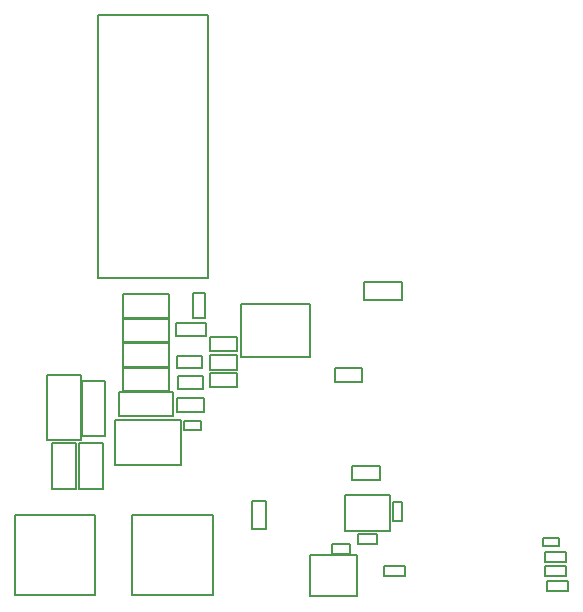
<source format=gbr>
G04*
G04 #@! TF.GenerationSoftware,Altium Limited,Altium Designer,24.1.2 (44)*
G04*
G04 Layer_Color=32768*
%FSLAX25Y25*%
%MOIN*%
G70*
G04*
G04 #@! TF.SameCoordinates,59DD8EBB-DCD7-4209-94D2-A0ED0100978B*
G04*
G04*
G04 #@! TF.FilePolarity,Positive*
G04*
G01*
G75*
%ADD11C,0.00787*%
D11*
X33234Y-350358D02*
Y-335397D01*
X55084D01*
Y-350358D02*
Y-335397D01*
X33234Y-350358D02*
X55084D01*
X176512Y-379268D02*
X183490D01*
Y-382703D02*
Y-379268D01*
X176512Y-382703D02*
X183490D01*
X176512D02*
Y-379268D01*
X181182Y-377544D02*
Y-374591D01*
X175670D02*
X181182D01*
X175670Y-377544D02*
Y-374591D01*
Y-377544D02*
X181182D01*
X122750Y-387427D02*
X129728D01*
X122750D02*
Y-383993D01*
X129728D01*
Y-387427D02*
Y-383993D01*
X177299Y-388993D02*
X184278D01*
Y-392428D02*
Y-388993D01*
X177299Y-392428D02*
X184278D01*
X177299D02*
Y-388993D01*
X176512Y-387428D02*
X183490D01*
X176512D02*
Y-383993D01*
X183490D01*
Y-387428D02*
Y-383993D01*
X111460Y-380056D02*
Y-376906D01*
X105507D02*
X111460D01*
X105507Y-380056D02*
Y-376906D01*
Y-380056D02*
X111460D01*
X98216Y-394167D02*
Y-380585D01*
Y-394167D02*
X113964D01*
Y-380585D01*
X98216D02*
X113964D01*
X116116Y-295359D02*
Y-289257D01*
Y-295359D02*
X128714D01*
Y-289257D01*
X116116D02*
X128714D01*
X38969Y-393748D02*
Y-366961D01*
Y-393748D02*
X65756D01*
Y-366961D01*
X38969D02*
X65756D01*
X-147Y-393748D02*
Y-366961D01*
Y-393748D02*
X26641D01*
Y-366961D01*
X-147D02*
X26641D01*
X63370Y-307494D02*
Y-303164D01*
X53527D02*
X63370D01*
X53527Y-307494D02*
Y-303164D01*
Y-307494D02*
X63370D01*
X56030Y-338744D02*
Y-335594D01*
Y-338744D02*
X61984D01*
Y-335594D01*
X56030D02*
X61984D01*
X59007Y-293120D02*
X63229D01*
X59007Y-301279D02*
Y-293120D01*
Y-301279D02*
X63229D01*
Y-293120D01*
X125824Y-368988D02*
X128974D01*
Y-362689D01*
X125824D02*
X128974D01*
X125824Y-368988D02*
Y-362689D01*
X120524Y-376619D02*
Y-373469D01*
X114225D02*
X120524D01*
X114225Y-376619D02*
Y-373469D01*
Y-376619D02*
X120524D01*
X124899Y-372553D02*
Y-360348D01*
X109939D02*
X124899D01*
X109939Y-372553D02*
Y-360348D01*
Y-372553D02*
X124899D01*
X73967Y-312554D02*
Y-307829D01*
X64887D02*
X73967D01*
X64887Y-312554D02*
Y-307829D01*
Y-312554D02*
X73967D01*
X73967Y-318606D02*
Y-313882D01*
X64887D02*
X73967D01*
X64887Y-318606D02*
Y-313882D01*
Y-318606D02*
X73967D01*
X73967Y-324520D02*
Y-319795D01*
X64887D02*
X73967D01*
X64887Y-324520D02*
Y-319795D01*
Y-324520D02*
X73967D01*
X78896Y-362559D02*
X83621D01*
X78896Y-371639D02*
Y-362559D01*
Y-371639D02*
X83621D01*
Y-362559D01*
X75284Y-314577D02*
X98272D01*
X75284D02*
Y-296806D01*
X98272D01*
Y-314577D02*
Y-296806D01*
X106510Y-322736D02*
Y-318011D01*
Y-322736D02*
X115589D01*
Y-318011D01*
X106510D02*
X115589D01*
X112284Y-355406D02*
Y-350681D01*
Y-355406D02*
X121363D01*
Y-350681D01*
X112284D02*
X121363D01*
X27481Y-287964D02*
X64095D01*
Y-200563D01*
X27481D02*
X64095D01*
X27481Y-287964D02*
Y-200563D01*
X35914Y-301332D02*
X51293D01*
X35914D02*
Y-293458D01*
X51293D01*
Y-301332D02*
Y-293458D01*
X35887Y-317695D02*
X51266D01*
X35887D02*
Y-309821D01*
X51266D01*
Y-317695D02*
Y-309821D01*
X35887Y-325888D02*
X51266D01*
X35887D02*
Y-318014D01*
X51266D01*
Y-325888D02*
Y-318014D01*
X53901Y-313972D02*
X62060D01*
Y-318195D02*
Y-313972D01*
X53901Y-318195D02*
X62060D01*
X53901D02*
Y-313972D01*
X53835Y-327924D02*
X62890D01*
Y-332649D02*
Y-327924D01*
X53835Y-332649D02*
X62890D01*
X53835D02*
Y-327924D01*
X51266Y-309469D02*
Y-301595D01*
X35887D02*
X51266D01*
X35887Y-309469D02*
Y-301595D01*
Y-309469D02*
X51266D01*
X52631Y-334075D02*
Y-326201D01*
X34521D02*
X52631D01*
X34521Y-334075D02*
Y-326201D01*
Y-334075D02*
X52631D01*
X54282Y-324958D02*
Y-320736D01*
Y-324958D02*
X62442D01*
Y-320736D01*
X54282D02*
X62442D01*
X10526Y-342043D02*
X21968D01*
Y-320365D01*
X10526D02*
X21968D01*
X10526Y-342043D02*
Y-320365D01*
X21309Y-342947D02*
X29183D01*
X21309Y-358326D02*
Y-342947D01*
Y-358326D02*
X29183D01*
Y-342947D01*
X12310Y-343140D02*
X20184D01*
X12310Y-358519D02*
Y-343140D01*
Y-358519D02*
X20184D01*
Y-343140D01*
X22007Y-340682D02*
X29881D01*
Y-322572D01*
X22007D02*
X29881D01*
X22007Y-340682D02*
Y-322572D01*
M02*

</source>
